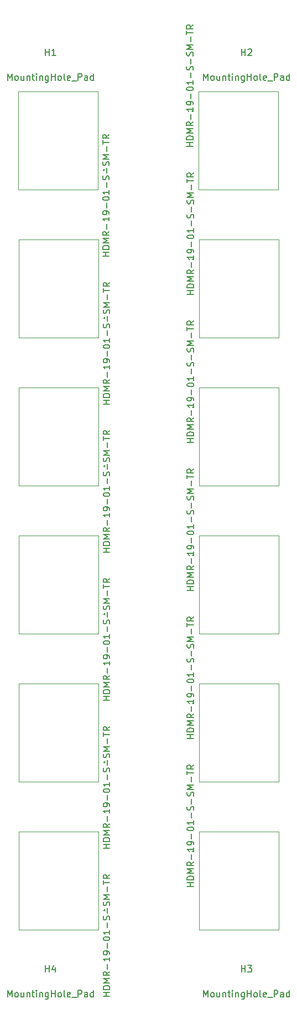
<source format=gbr>
%TF.GenerationSoftware,KiCad,Pcbnew,6.0.7-1.fc36*%
%TF.CreationDate,2022-07-28T17:35:04+01:00*%
%TF.ProjectId,pc070_aida_hdmi_rpc_hdmi,70633037-305f-4616-9964-615f68646d69,rev?*%
%TF.SameCoordinates,Original*%
%TF.FileFunction,AssemblyDrawing,Top*%
%FSLAX46Y46*%
G04 Gerber Fmt 4.6, Leading zero omitted, Abs format (unit mm)*
G04 Created by KiCad (PCBNEW 6.0.7-1.fc36) date 2022-07-28 17:35:04*
%MOMM*%
%LPD*%
G01*
G04 APERTURE LIST*
%ADD10C,0.150000*%
%ADD11C,0.100000*%
%ADD12C,0.200000*%
G04 APERTURE END LIST*
D10*
%TO.C,J2*%
X96837380Y-59371904D02*
X95837380Y-59371904D01*
X96313571Y-59371904D02*
X96313571Y-58800476D01*
X96837380Y-58800476D02*
X95837380Y-58800476D01*
X96837380Y-58324285D02*
X95837380Y-58324285D01*
X95837380Y-58086190D01*
X95885000Y-57943333D01*
X95980238Y-57848095D01*
X96075476Y-57800476D01*
X96265952Y-57752857D01*
X96408809Y-57752857D01*
X96599285Y-57800476D01*
X96694523Y-57848095D01*
X96789761Y-57943333D01*
X96837380Y-58086190D01*
X96837380Y-58324285D01*
X96837380Y-57324285D02*
X95837380Y-57324285D01*
X96551666Y-56990952D01*
X95837380Y-56657619D01*
X96837380Y-56657619D01*
X96837380Y-55610000D02*
X96361190Y-55943333D01*
X96837380Y-56181428D02*
X95837380Y-56181428D01*
X95837380Y-55800476D01*
X95885000Y-55705238D01*
X95932619Y-55657619D01*
X96027857Y-55610000D01*
X96170714Y-55610000D01*
X96265952Y-55657619D01*
X96313571Y-55705238D01*
X96361190Y-55800476D01*
X96361190Y-56181428D01*
X96456428Y-55181428D02*
X96456428Y-54419523D01*
X96837380Y-53419523D02*
X96837380Y-53990952D01*
X96837380Y-53705238D02*
X95837380Y-53705238D01*
X95980238Y-53800476D01*
X96075476Y-53895714D01*
X96123095Y-53990952D01*
X96837380Y-52943333D02*
X96837380Y-52752857D01*
X96789761Y-52657619D01*
X96742142Y-52610000D01*
X96599285Y-52514761D01*
X96408809Y-52467142D01*
X96027857Y-52467142D01*
X95932619Y-52514761D01*
X95885000Y-52562380D01*
X95837380Y-52657619D01*
X95837380Y-52848095D01*
X95885000Y-52943333D01*
X95932619Y-52990952D01*
X96027857Y-53038571D01*
X96265952Y-53038571D01*
X96361190Y-52990952D01*
X96408809Y-52943333D01*
X96456428Y-52848095D01*
X96456428Y-52657619D01*
X96408809Y-52562380D01*
X96361190Y-52514761D01*
X96265952Y-52467142D01*
X96456428Y-52038571D02*
X96456428Y-51276666D01*
X95837380Y-50610000D02*
X95837380Y-50514761D01*
X95885000Y-50419523D01*
X95932619Y-50371904D01*
X96027857Y-50324285D01*
X96218333Y-50276666D01*
X96456428Y-50276666D01*
X96646904Y-50324285D01*
X96742142Y-50371904D01*
X96789761Y-50419523D01*
X96837380Y-50514761D01*
X96837380Y-50610000D01*
X96789761Y-50705238D01*
X96742142Y-50752857D01*
X96646904Y-50800476D01*
X96456428Y-50848095D01*
X96218333Y-50848095D01*
X96027857Y-50800476D01*
X95932619Y-50752857D01*
X95885000Y-50705238D01*
X95837380Y-50610000D01*
X96837380Y-49324285D02*
X96837380Y-49895714D01*
X96837380Y-49610000D02*
X95837380Y-49610000D01*
X95980238Y-49705238D01*
X96075476Y-49800476D01*
X96123095Y-49895714D01*
X96456428Y-48895714D02*
X96456428Y-48133809D01*
X96789761Y-47705238D02*
X96837380Y-47562380D01*
X96837380Y-47324285D01*
X96789761Y-47229047D01*
X96742142Y-47181428D01*
X96646904Y-47133809D01*
X96551666Y-47133809D01*
X96456428Y-47181428D01*
X96408809Y-47229047D01*
X96361190Y-47324285D01*
X96313571Y-47514761D01*
X96265952Y-47610000D01*
X96218333Y-47657619D01*
X96123095Y-47705238D01*
X96027857Y-47705238D01*
X95932619Y-47657619D01*
X95885000Y-47610000D01*
X95837380Y-47514761D01*
X95837380Y-47276666D01*
X95885000Y-47133809D01*
X96456428Y-46705238D02*
X96456428Y-45943333D01*
X96789761Y-45514761D02*
X96837380Y-45371904D01*
X96837380Y-45133809D01*
X96789761Y-45038571D01*
X96742142Y-44990952D01*
X96646904Y-44943333D01*
X96551666Y-44943333D01*
X96456428Y-44990952D01*
X96408809Y-45038571D01*
X96361190Y-45133809D01*
X96313571Y-45324285D01*
X96265952Y-45419523D01*
X96218333Y-45467142D01*
X96123095Y-45514761D01*
X96027857Y-45514761D01*
X95932619Y-45467142D01*
X95885000Y-45419523D01*
X95837380Y-45324285D01*
X95837380Y-45086190D01*
X95885000Y-44943333D01*
X96837380Y-44514761D02*
X95837380Y-44514761D01*
X96551666Y-44181428D01*
X95837380Y-43848095D01*
X96837380Y-43848095D01*
X96456428Y-43371904D02*
X96456428Y-42610000D01*
X95837380Y-42276666D02*
X95837380Y-41705238D01*
X96837380Y-41990952D02*
X95837380Y-41990952D01*
X96837380Y-40800476D02*
X96361190Y-41133809D01*
X96837380Y-41371904D02*
X95837380Y-41371904D01*
X95837380Y-40990952D01*
X95885000Y-40895714D01*
X95932619Y-40848095D01*
X96027857Y-40800476D01*
X96170714Y-40800476D01*
X96265952Y-40848095D01*
X96313571Y-40895714D01*
X96361190Y-40990952D01*
X96361190Y-41371904D01*
%TO.C,J9*%
X84067380Y-166545904D02*
X83067380Y-166545904D01*
X83543571Y-166545904D02*
X83543571Y-165974476D01*
X84067380Y-165974476D02*
X83067380Y-165974476D01*
X84067380Y-165498285D02*
X83067380Y-165498285D01*
X83067380Y-165260190D01*
X83115000Y-165117333D01*
X83210238Y-165022095D01*
X83305476Y-164974476D01*
X83495952Y-164926857D01*
X83638809Y-164926857D01*
X83829285Y-164974476D01*
X83924523Y-165022095D01*
X84019761Y-165117333D01*
X84067380Y-165260190D01*
X84067380Y-165498285D01*
X84067380Y-164498285D02*
X83067380Y-164498285D01*
X83781666Y-164164952D01*
X83067380Y-163831619D01*
X84067380Y-163831619D01*
X84067380Y-162784000D02*
X83591190Y-163117333D01*
X84067380Y-163355428D02*
X83067380Y-163355428D01*
X83067380Y-162974476D01*
X83115000Y-162879238D01*
X83162619Y-162831619D01*
X83257857Y-162784000D01*
X83400714Y-162784000D01*
X83495952Y-162831619D01*
X83543571Y-162879238D01*
X83591190Y-162974476D01*
X83591190Y-163355428D01*
X83686428Y-162355428D02*
X83686428Y-161593523D01*
X84067380Y-160593523D02*
X84067380Y-161164952D01*
X84067380Y-160879238D02*
X83067380Y-160879238D01*
X83210238Y-160974476D01*
X83305476Y-161069714D01*
X83353095Y-161164952D01*
X84067380Y-160117333D02*
X84067380Y-159926857D01*
X84019761Y-159831619D01*
X83972142Y-159784000D01*
X83829285Y-159688761D01*
X83638809Y-159641142D01*
X83257857Y-159641142D01*
X83162619Y-159688761D01*
X83115000Y-159736380D01*
X83067380Y-159831619D01*
X83067380Y-160022095D01*
X83115000Y-160117333D01*
X83162619Y-160164952D01*
X83257857Y-160212571D01*
X83495952Y-160212571D01*
X83591190Y-160164952D01*
X83638809Y-160117333D01*
X83686428Y-160022095D01*
X83686428Y-159831619D01*
X83638809Y-159736380D01*
X83591190Y-159688761D01*
X83495952Y-159641142D01*
X83686428Y-159212571D02*
X83686428Y-158450666D01*
X83067380Y-157784000D02*
X83067380Y-157688761D01*
X83115000Y-157593523D01*
X83162619Y-157545904D01*
X83257857Y-157498285D01*
X83448333Y-157450666D01*
X83686428Y-157450666D01*
X83876904Y-157498285D01*
X83972142Y-157545904D01*
X84019761Y-157593523D01*
X84067380Y-157688761D01*
X84067380Y-157784000D01*
X84019761Y-157879238D01*
X83972142Y-157926857D01*
X83876904Y-157974476D01*
X83686428Y-158022095D01*
X83448333Y-158022095D01*
X83257857Y-157974476D01*
X83162619Y-157926857D01*
X83115000Y-157879238D01*
X83067380Y-157784000D01*
X84067380Y-156498285D02*
X84067380Y-157069714D01*
X84067380Y-156784000D02*
X83067380Y-156784000D01*
X83210238Y-156879238D01*
X83305476Y-156974476D01*
X83353095Y-157069714D01*
X83686428Y-156069714D02*
X83686428Y-155307809D01*
X84019761Y-154879238D02*
X84067380Y-154736380D01*
X84067380Y-154498285D01*
X84019761Y-154403047D01*
X83972142Y-154355428D01*
X83876904Y-154307809D01*
X83781666Y-154307809D01*
X83686428Y-154355428D01*
X83638809Y-154403047D01*
X83591190Y-154498285D01*
X83543571Y-154688761D01*
X83495952Y-154784000D01*
X83448333Y-154831619D01*
X83353095Y-154879238D01*
X83257857Y-154879238D01*
X83162619Y-154831619D01*
X83115000Y-154784000D01*
X83067380Y-154688761D01*
X83067380Y-154450666D01*
X83115000Y-154307809D01*
X83686428Y-153879238D02*
X83686428Y-153117333D01*
X84019761Y-152688761D02*
X84067380Y-152545904D01*
X84067380Y-152307809D01*
X84019761Y-152212571D01*
X83972142Y-152164952D01*
X83876904Y-152117333D01*
X83781666Y-152117333D01*
X83686428Y-152164952D01*
X83638809Y-152212571D01*
X83591190Y-152307809D01*
X83543571Y-152498285D01*
X83495952Y-152593523D01*
X83448333Y-152641142D01*
X83353095Y-152688761D01*
X83257857Y-152688761D01*
X83162619Y-152641142D01*
X83115000Y-152593523D01*
X83067380Y-152498285D01*
X83067380Y-152260190D01*
X83115000Y-152117333D01*
X84067380Y-151688761D02*
X83067380Y-151688761D01*
X83781666Y-151355428D01*
X83067380Y-151022095D01*
X84067380Y-151022095D01*
X83686428Y-150545904D02*
X83686428Y-149784000D01*
X83067380Y-149450666D02*
X83067380Y-148879238D01*
X84067380Y-149164952D02*
X83067380Y-149164952D01*
X84067380Y-147974476D02*
X83591190Y-148307809D01*
X84067380Y-148545904D02*
X83067380Y-148545904D01*
X83067380Y-148164952D01*
X83115000Y-148069714D01*
X83162619Y-148022095D01*
X83257857Y-147974476D01*
X83400714Y-147974476D01*
X83495952Y-148022095D01*
X83543571Y-148069714D01*
X83591190Y-148164952D01*
X83591190Y-148545904D01*
%TO.C,H3*%
X98428571Y-189252380D02*
X98428571Y-188252380D01*
X98761904Y-188966666D01*
X99095238Y-188252380D01*
X99095238Y-189252380D01*
X99714285Y-189252380D02*
X99619047Y-189204761D01*
X99571428Y-189157142D01*
X99523809Y-189061904D01*
X99523809Y-188776190D01*
X99571428Y-188680952D01*
X99619047Y-188633333D01*
X99714285Y-188585714D01*
X99857142Y-188585714D01*
X99952380Y-188633333D01*
X100000000Y-188680952D01*
X100047619Y-188776190D01*
X100047619Y-189061904D01*
X100000000Y-189157142D01*
X99952380Y-189204761D01*
X99857142Y-189252380D01*
X99714285Y-189252380D01*
X100904761Y-188585714D02*
X100904761Y-189252380D01*
X100476190Y-188585714D02*
X100476190Y-189109523D01*
X100523809Y-189204761D01*
X100619047Y-189252380D01*
X100761904Y-189252380D01*
X100857142Y-189204761D01*
X100904761Y-189157142D01*
X101380952Y-188585714D02*
X101380952Y-189252380D01*
X101380952Y-188680952D02*
X101428571Y-188633333D01*
X101523809Y-188585714D01*
X101666666Y-188585714D01*
X101761904Y-188633333D01*
X101809523Y-188728571D01*
X101809523Y-189252380D01*
X102142857Y-188585714D02*
X102523809Y-188585714D01*
X102285714Y-188252380D02*
X102285714Y-189109523D01*
X102333333Y-189204761D01*
X102428571Y-189252380D01*
X102523809Y-189252380D01*
X102857142Y-189252380D02*
X102857142Y-188585714D01*
X102857142Y-188252380D02*
X102809523Y-188300000D01*
X102857142Y-188347619D01*
X102904761Y-188300000D01*
X102857142Y-188252380D01*
X102857142Y-188347619D01*
X103333333Y-188585714D02*
X103333333Y-189252380D01*
X103333333Y-188680952D02*
X103380952Y-188633333D01*
X103476190Y-188585714D01*
X103619047Y-188585714D01*
X103714285Y-188633333D01*
X103761904Y-188728571D01*
X103761904Y-189252380D01*
X104666666Y-188585714D02*
X104666666Y-189395238D01*
X104619047Y-189490476D01*
X104571428Y-189538095D01*
X104476190Y-189585714D01*
X104333333Y-189585714D01*
X104238095Y-189538095D01*
X104666666Y-189204761D02*
X104571428Y-189252380D01*
X104380952Y-189252380D01*
X104285714Y-189204761D01*
X104238095Y-189157142D01*
X104190476Y-189061904D01*
X104190476Y-188776190D01*
X104238095Y-188680952D01*
X104285714Y-188633333D01*
X104380952Y-188585714D01*
X104571428Y-188585714D01*
X104666666Y-188633333D01*
X105142857Y-189252380D02*
X105142857Y-188252380D01*
X105142857Y-188728571D02*
X105714285Y-188728571D01*
X105714285Y-189252380D02*
X105714285Y-188252380D01*
X106333333Y-189252380D02*
X106238095Y-189204761D01*
X106190476Y-189157142D01*
X106142857Y-189061904D01*
X106142857Y-188776190D01*
X106190476Y-188680952D01*
X106238095Y-188633333D01*
X106333333Y-188585714D01*
X106476190Y-188585714D01*
X106571428Y-188633333D01*
X106619047Y-188680952D01*
X106666666Y-188776190D01*
X106666666Y-189061904D01*
X106619047Y-189157142D01*
X106571428Y-189204761D01*
X106476190Y-189252380D01*
X106333333Y-189252380D01*
X107238095Y-189252380D02*
X107142857Y-189204761D01*
X107095238Y-189109523D01*
X107095238Y-188252380D01*
X108000000Y-189204761D02*
X107904761Y-189252380D01*
X107714285Y-189252380D01*
X107619047Y-189204761D01*
X107571428Y-189109523D01*
X107571428Y-188728571D01*
X107619047Y-188633333D01*
X107714285Y-188585714D01*
X107904761Y-188585714D01*
X108000000Y-188633333D01*
X108047619Y-188728571D01*
X108047619Y-188823809D01*
X107571428Y-188919047D01*
X108238095Y-189347619D02*
X109000000Y-189347619D01*
X109238095Y-189252380D02*
X109238095Y-188252380D01*
X109619047Y-188252380D01*
X109714285Y-188300000D01*
X109761904Y-188347619D01*
X109809523Y-188442857D01*
X109809523Y-188585714D01*
X109761904Y-188680952D01*
X109714285Y-188728571D01*
X109619047Y-188776190D01*
X109238095Y-188776190D01*
X110666666Y-189252380D02*
X110666666Y-188728571D01*
X110619047Y-188633333D01*
X110523809Y-188585714D01*
X110333333Y-188585714D01*
X110238095Y-188633333D01*
X110666666Y-189204761D02*
X110571428Y-189252380D01*
X110333333Y-189252380D01*
X110238095Y-189204761D01*
X110190476Y-189109523D01*
X110190476Y-189014285D01*
X110238095Y-188919047D01*
X110333333Y-188871428D01*
X110571428Y-188871428D01*
X110666666Y-188823809D01*
X111571428Y-189252380D02*
X111571428Y-188252380D01*
X111571428Y-189204761D02*
X111476190Y-189252380D01*
X111285714Y-189252380D01*
X111190476Y-189204761D01*
X111142857Y-189157142D01*
X111095238Y-189061904D01*
X111095238Y-188776190D01*
X111142857Y-188680952D01*
X111190476Y-188633333D01*
X111285714Y-188585714D01*
X111476190Y-188585714D01*
X111571428Y-188633333D01*
X104238095Y-185452380D02*
X104238095Y-184452380D01*
X104238095Y-184928571D02*
X104809523Y-184928571D01*
X104809523Y-185452380D02*
X104809523Y-184452380D01*
X105190476Y-184452380D02*
X105809523Y-184452380D01*
X105476190Y-184833333D01*
X105619047Y-184833333D01*
X105714285Y-184880952D01*
X105761904Y-184928571D01*
X105809523Y-185023809D01*
X105809523Y-185261904D01*
X105761904Y-185357142D01*
X105714285Y-185404761D01*
X105619047Y-185452380D01*
X105333333Y-185452380D01*
X105238095Y-185404761D01*
X105190476Y-185357142D01*
%TO.C,H4*%
X68428571Y-189252380D02*
X68428571Y-188252380D01*
X68761904Y-188966666D01*
X69095238Y-188252380D01*
X69095238Y-189252380D01*
X69714285Y-189252380D02*
X69619047Y-189204761D01*
X69571428Y-189157142D01*
X69523809Y-189061904D01*
X69523809Y-188776190D01*
X69571428Y-188680952D01*
X69619047Y-188633333D01*
X69714285Y-188585714D01*
X69857142Y-188585714D01*
X69952380Y-188633333D01*
X70000000Y-188680952D01*
X70047619Y-188776190D01*
X70047619Y-189061904D01*
X70000000Y-189157142D01*
X69952380Y-189204761D01*
X69857142Y-189252380D01*
X69714285Y-189252380D01*
X70904761Y-188585714D02*
X70904761Y-189252380D01*
X70476190Y-188585714D02*
X70476190Y-189109523D01*
X70523809Y-189204761D01*
X70619047Y-189252380D01*
X70761904Y-189252380D01*
X70857142Y-189204761D01*
X70904761Y-189157142D01*
X71380952Y-188585714D02*
X71380952Y-189252380D01*
X71380952Y-188680952D02*
X71428571Y-188633333D01*
X71523809Y-188585714D01*
X71666666Y-188585714D01*
X71761904Y-188633333D01*
X71809523Y-188728571D01*
X71809523Y-189252380D01*
X72142857Y-188585714D02*
X72523809Y-188585714D01*
X72285714Y-188252380D02*
X72285714Y-189109523D01*
X72333333Y-189204761D01*
X72428571Y-189252380D01*
X72523809Y-189252380D01*
X72857142Y-189252380D02*
X72857142Y-188585714D01*
X72857142Y-188252380D02*
X72809523Y-188300000D01*
X72857142Y-188347619D01*
X72904761Y-188300000D01*
X72857142Y-188252380D01*
X72857142Y-188347619D01*
X73333333Y-188585714D02*
X73333333Y-189252380D01*
X73333333Y-188680952D02*
X73380952Y-188633333D01*
X73476190Y-188585714D01*
X73619047Y-188585714D01*
X73714285Y-188633333D01*
X73761904Y-188728571D01*
X73761904Y-189252380D01*
X74666666Y-188585714D02*
X74666666Y-189395238D01*
X74619047Y-189490476D01*
X74571428Y-189538095D01*
X74476190Y-189585714D01*
X74333333Y-189585714D01*
X74238095Y-189538095D01*
X74666666Y-189204761D02*
X74571428Y-189252380D01*
X74380952Y-189252380D01*
X74285714Y-189204761D01*
X74238095Y-189157142D01*
X74190476Y-189061904D01*
X74190476Y-188776190D01*
X74238095Y-188680952D01*
X74285714Y-188633333D01*
X74380952Y-188585714D01*
X74571428Y-188585714D01*
X74666666Y-188633333D01*
X75142857Y-189252380D02*
X75142857Y-188252380D01*
X75142857Y-188728571D02*
X75714285Y-188728571D01*
X75714285Y-189252380D02*
X75714285Y-188252380D01*
X76333333Y-189252380D02*
X76238095Y-189204761D01*
X76190476Y-189157142D01*
X76142857Y-189061904D01*
X76142857Y-188776190D01*
X76190476Y-188680952D01*
X76238095Y-188633333D01*
X76333333Y-188585714D01*
X76476190Y-188585714D01*
X76571428Y-188633333D01*
X76619047Y-188680952D01*
X76666666Y-188776190D01*
X76666666Y-189061904D01*
X76619047Y-189157142D01*
X76571428Y-189204761D01*
X76476190Y-189252380D01*
X76333333Y-189252380D01*
X77238095Y-189252380D02*
X77142857Y-189204761D01*
X77095238Y-189109523D01*
X77095238Y-188252380D01*
X78000000Y-189204761D02*
X77904761Y-189252380D01*
X77714285Y-189252380D01*
X77619047Y-189204761D01*
X77571428Y-189109523D01*
X77571428Y-188728571D01*
X77619047Y-188633333D01*
X77714285Y-188585714D01*
X77904761Y-188585714D01*
X78000000Y-188633333D01*
X78047619Y-188728571D01*
X78047619Y-188823809D01*
X77571428Y-188919047D01*
X78238095Y-189347619D02*
X79000000Y-189347619D01*
X79238095Y-189252380D02*
X79238095Y-188252380D01*
X79619047Y-188252380D01*
X79714285Y-188300000D01*
X79761904Y-188347619D01*
X79809523Y-188442857D01*
X79809523Y-188585714D01*
X79761904Y-188680952D01*
X79714285Y-188728571D01*
X79619047Y-188776190D01*
X79238095Y-188776190D01*
X80666666Y-189252380D02*
X80666666Y-188728571D01*
X80619047Y-188633333D01*
X80523809Y-188585714D01*
X80333333Y-188585714D01*
X80238095Y-188633333D01*
X80666666Y-189204761D02*
X80571428Y-189252380D01*
X80333333Y-189252380D01*
X80238095Y-189204761D01*
X80190476Y-189109523D01*
X80190476Y-189014285D01*
X80238095Y-188919047D01*
X80333333Y-188871428D01*
X80571428Y-188871428D01*
X80666666Y-188823809D01*
X81571428Y-189252380D02*
X81571428Y-188252380D01*
X81571428Y-189204761D02*
X81476190Y-189252380D01*
X81285714Y-189252380D01*
X81190476Y-189204761D01*
X81142857Y-189157142D01*
X81095238Y-189061904D01*
X81095238Y-188776190D01*
X81142857Y-188680952D01*
X81190476Y-188633333D01*
X81285714Y-188585714D01*
X81476190Y-188585714D01*
X81571428Y-188633333D01*
X74238095Y-185452380D02*
X74238095Y-184452380D01*
X74238095Y-184928571D02*
X74809523Y-184928571D01*
X74809523Y-185452380D02*
X74809523Y-184452380D01*
X75714285Y-184785714D02*
X75714285Y-185452380D01*
X75476190Y-184404761D02*
X75238095Y-185119047D01*
X75857142Y-185119047D01*
%TO.C,J8*%
X96927380Y-127189904D02*
X95927380Y-127189904D01*
X96403571Y-127189904D02*
X96403571Y-126618476D01*
X96927380Y-126618476D02*
X95927380Y-126618476D01*
X96927380Y-126142285D02*
X95927380Y-126142285D01*
X95927380Y-125904190D01*
X95975000Y-125761333D01*
X96070238Y-125666095D01*
X96165476Y-125618476D01*
X96355952Y-125570857D01*
X96498809Y-125570857D01*
X96689285Y-125618476D01*
X96784523Y-125666095D01*
X96879761Y-125761333D01*
X96927380Y-125904190D01*
X96927380Y-126142285D01*
X96927380Y-125142285D02*
X95927380Y-125142285D01*
X96641666Y-124808952D01*
X95927380Y-124475619D01*
X96927380Y-124475619D01*
X96927380Y-123428000D02*
X96451190Y-123761333D01*
X96927380Y-123999428D02*
X95927380Y-123999428D01*
X95927380Y-123618476D01*
X95975000Y-123523238D01*
X96022619Y-123475619D01*
X96117857Y-123428000D01*
X96260714Y-123428000D01*
X96355952Y-123475619D01*
X96403571Y-123523238D01*
X96451190Y-123618476D01*
X96451190Y-123999428D01*
X96546428Y-122999428D02*
X96546428Y-122237523D01*
X96927380Y-121237523D02*
X96927380Y-121808952D01*
X96927380Y-121523238D02*
X95927380Y-121523238D01*
X96070238Y-121618476D01*
X96165476Y-121713714D01*
X96213095Y-121808952D01*
X96927380Y-120761333D02*
X96927380Y-120570857D01*
X96879761Y-120475619D01*
X96832142Y-120428000D01*
X96689285Y-120332761D01*
X96498809Y-120285142D01*
X96117857Y-120285142D01*
X96022619Y-120332761D01*
X95975000Y-120380380D01*
X95927380Y-120475619D01*
X95927380Y-120666095D01*
X95975000Y-120761333D01*
X96022619Y-120808952D01*
X96117857Y-120856571D01*
X96355952Y-120856571D01*
X96451190Y-120808952D01*
X96498809Y-120761333D01*
X96546428Y-120666095D01*
X96546428Y-120475619D01*
X96498809Y-120380380D01*
X96451190Y-120332761D01*
X96355952Y-120285142D01*
X96546428Y-119856571D02*
X96546428Y-119094666D01*
X95927380Y-118428000D02*
X95927380Y-118332761D01*
X95975000Y-118237523D01*
X96022619Y-118189904D01*
X96117857Y-118142285D01*
X96308333Y-118094666D01*
X96546428Y-118094666D01*
X96736904Y-118142285D01*
X96832142Y-118189904D01*
X96879761Y-118237523D01*
X96927380Y-118332761D01*
X96927380Y-118428000D01*
X96879761Y-118523238D01*
X96832142Y-118570857D01*
X96736904Y-118618476D01*
X96546428Y-118666095D01*
X96308333Y-118666095D01*
X96117857Y-118618476D01*
X96022619Y-118570857D01*
X95975000Y-118523238D01*
X95927380Y-118428000D01*
X96927380Y-117142285D02*
X96927380Y-117713714D01*
X96927380Y-117428000D02*
X95927380Y-117428000D01*
X96070238Y-117523238D01*
X96165476Y-117618476D01*
X96213095Y-117713714D01*
X96546428Y-116713714D02*
X96546428Y-115951809D01*
X96879761Y-115523238D02*
X96927380Y-115380380D01*
X96927380Y-115142285D01*
X96879761Y-115047047D01*
X96832142Y-114999428D01*
X96736904Y-114951809D01*
X96641666Y-114951809D01*
X96546428Y-114999428D01*
X96498809Y-115047047D01*
X96451190Y-115142285D01*
X96403571Y-115332761D01*
X96355952Y-115428000D01*
X96308333Y-115475619D01*
X96213095Y-115523238D01*
X96117857Y-115523238D01*
X96022619Y-115475619D01*
X95975000Y-115428000D01*
X95927380Y-115332761D01*
X95927380Y-115094666D01*
X95975000Y-114951809D01*
X96546428Y-114523238D02*
X96546428Y-113761333D01*
X96879761Y-113332761D02*
X96927380Y-113189904D01*
X96927380Y-112951809D01*
X96879761Y-112856571D01*
X96832142Y-112808952D01*
X96736904Y-112761333D01*
X96641666Y-112761333D01*
X96546428Y-112808952D01*
X96498809Y-112856571D01*
X96451190Y-112951809D01*
X96403571Y-113142285D01*
X96355952Y-113237523D01*
X96308333Y-113285142D01*
X96213095Y-113332761D01*
X96117857Y-113332761D01*
X96022619Y-113285142D01*
X95975000Y-113237523D01*
X95927380Y-113142285D01*
X95927380Y-112904190D01*
X95975000Y-112761333D01*
X96927380Y-112332761D02*
X95927380Y-112332761D01*
X96641666Y-111999428D01*
X95927380Y-111666095D01*
X96927380Y-111666095D01*
X96546428Y-111189904D02*
X96546428Y-110428000D01*
X95927380Y-110094666D02*
X95927380Y-109523238D01*
X96927380Y-109808952D02*
X95927380Y-109808952D01*
X96927380Y-108618476D02*
X96451190Y-108951809D01*
X96927380Y-109189904D02*
X95927380Y-109189904D01*
X95927380Y-108808952D01*
X95975000Y-108713714D01*
X96022619Y-108666095D01*
X96117857Y-108618476D01*
X96260714Y-108618476D01*
X96355952Y-108666095D01*
X96403571Y-108713714D01*
X96451190Y-108808952D01*
X96451190Y-109189904D01*
%TO.C,J6*%
X96927380Y-104583904D02*
X95927380Y-104583904D01*
X96403571Y-104583904D02*
X96403571Y-104012476D01*
X96927380Y-104012476D02*
X95927380Y-104012476D01*
X96927380Y-103536285D02*
X95927380Y-103536285D01*
X95927380Y-103298190D01*
X95975000Y-103155333D01*
X96070238Y-103060095D01*
X96165476Y-103012476D01*
X96355952Y-102964857D01*
X96498809Y-102964857D01*
X96689285Y-103012476D01*
X96784523Y-103060095D01*
X96879761Y-103155333D01*
X96927380Y-103298190D01*
X96927380Y-103536285D01*
X96927380Y-102536285D02*
X95927380Y-102536285D01*
X96641666Y-102202952D01*
X95927380Y-101869619D01*
X96927380Y-101869619D01*
X96927380Y-100822000D02*
X96451190Y-101155333D01*
X96927380Y-101393428D02*
X95927380Y-101393428D01*
X95927380Y-101012476D01*
X95975000Y-100917238D01*
X96022619Y-100869619D01*
X96117857Y-100822000D01*
X96260714Y-100822000D01*
X96355952Y-100869619D01*
X96403571Y-100917238D01*
X96451190Y-101012476D01*
X96451190Y-101393428D01*
X96546428Y-100393428D02*
X96546428Y-99631523D01*
X96927380Y-98631523D02*
X96927380Y-99202952D01*
X96927380Y-98917238D02*
X95927380Y-98917238D01*
X96070238Y-99012476D01*
X96165476Y-99107714D01*
X96213095Y-99202952D01*
X96927380Y-98155333D02*
X96927380Y-97964857D01*
X96879761Y-97869619D01*
X96832142Y-97822000D01*
X96689285Y-97726761D01*
X96498809Y-97679142D01*
X96117857Y-97679142D01*
X96022619Y-97726761D01*
X95975000Y-97774380D01*
X95927380Y-97869619D01*
X95927380Y-98060095D01*
X95975000Y-98155333D01*
X96022619Y-98202952D01*
X96117857Y-98250571D01*
X96355952Y-98250571D01*
X96451190Y-98202952D01*
X96498809Y-98155333D01*
X96546428Y-98060095D01*
X96546428Y-97869619D01*
X96498809Y-97774380D01*
X96451190Y-97726761D01*
X96355952Y-97679142D01*
X96546428Y-97250571D02*
X96546428Y-96488666D01*
X95927380Y-95822000D02*
X95927380Y-95726761D01*
X95975000Y-95631523D01*
X96022619Y-95583904D01*
X96117857Y-95536285D01*
X96308333Y-95488666D01*
X96546428Y-95488666D01*
X96736904Y-95536285D01*
X96832142Y-95583904D01*
X96879761Y-95631523D01*
X96927380Y-95726761D01*
X96927380Y-95822000D01*
X96879761Y-95917238D01*
X96832142Y-95964857D01*
X96736904Y-96012476D01*
X96546428Y-96060095D01*
X96308333Y-96060095D01*
X96117857Y-96012476D01*
X96022619Y-95964857D01*
X95975000Y-95917238D01*
X95927380Y-95822000D01*
X96927380Y-94536285D02*
X96927380Y-95107714D01*
X96927380Y-94822000D02*
X95927380Y-94822000D01*
X96070238Y-94917238D01*
X96165476Y-95012476D01*
X96213095Y-95107714D01*
X96546428Y-94107714D02*
X96546428Y-93345809D01*
X96879761Y-92917238D02*
X96927380Y-92774380D01*
X96927380Y-92536285D01*
X96879761Y-92441047D01*
X96832142Y-92393428D01*
X96736904Y-92345809D01*
X96641666Y-92345809D01*
X96546428Y-92393428D01*
X96498809Y-92441047D01*
X96451190Y-92536285D01*
X96403571Y-92726761D01*
X96355952Y-92822000D01*
X96308333Y-92869619D01*
X96213095Y-92917238D01*
X96117857Y-92917238D01*
X96022619Y-92869619D01*
X95975000Y-92822000D01*
X95927380Y-92726761D01*
X95927380Y-92488666D01*
X95975000Y-92345809D01*
X96546428Y-91917238D02*
X96546428Y-91155333D01*
X96879761Y-90726761D02*
X96927380Y-90583904D01*
X96927380Y-90345809D01*
X96879761Y-90250571D01*
X96832142Y-90202952D01*
X96736904Y-90155333D01*
X96641666Y-90155333D01*
X96546428Y-90202952D01*
X96498809Y-90250571D01*
X96451190Y-90345809D01*
X96403571Y-90536285D01*
X96355952Y-90631523D01*
X96308333Y-90679142D01*
X96213095Y-90726761D01*
X96117857Y-90726761D01*
X96022619Y-90679142D01*
X95975000Y-90631523D01*
X95927380Y-90536285D01*
X95927380Y-90298190D01*
X95975000Y-90155333D01*
X96927380Y-89726761D02*
X95927380Y-89726761D01*
X96641666Y-89393428D01*
X95927380Y-89060095D01*
X96927380Y-89060095D01*
X96546428Y-88583904D02*
X96546428Y-87822000D01*
X95927380Y-87488666D02*
X95927380Y-86917238D01*
X96927380Y-87202952D02*
X95927380Y-87202952D01*
X96927380Y-86012476D02*
X96451190Y-86345809D01*
X96927380Y-86583904D02*
X95927380Y-86583904D01*
X95927380Y-86202952D01*
X95975000Y-86107714D01*
X96022619Y-86060095D01*
X96117857Y-86012476D01*
X96260714Y-86012476D01*
X96355952Y-86060095D01*
X96403571Y-86107714D01*
X96451190Y-86202952D01*
X96451190Y-86583904D01*
%TO.C,J12*%
X96927380Y-172401904D02*
X95927380Y-172401904D01*
X96403571Y-172401904D02*
X96403571Y-171830476D01*
X96927380Y-171830476D02*
X95927380Y-171830476D01*
X96927380Y-171354285D02*
X95927380Y-171354285D01*
X95927380Y-171116190D01*
X95975000Y-170973333D01*
X96070238Y-170878095D01*
X96165476Y-170830476D01*
X96355952Y-170782857D01*
X96498809Y-170782857D01*
X96689285Y-170830476D01*
X96784523Y-170878095D01*
X96879761Y-170973333D01*
X96927380Y-171116190D01*
X96927380Y-171354285D01*
X96927380Y-170354285D02*
X95927380Y-170354285D01*
X96641666Y-170020952D01*
X95927380Y-169687619D01*
X96927380Y-169687619D01*
X96927380Y-168640000D02*
X96451190Y-168973333D01*
X96927380Y-169211428D02*
X95927380Y-169211428D01*
X95927380Y-168830476D01*
X95975000Y-168735238D01*
X96022619Y-168687619D01*
X96117857Y-168640000D01*
X96260714Y-168640000D01*
X96355952Y-168687619D01*
X96403571Y-168735238D01*
X96451190Y-168830476D01*
X96451190Y-169211428D01*
X96546428Y-168211428D02*
X96546428Y-167449523D01*
X96927380Y-166449523D02*
X96927380Y-167020952D01*
X96927380Y-166735238D02*
X95927380Y-166735238D01*
X96070238Y-166830476D01*
X96165476Y-166925714D01*
X96213095Y-167020952D01*
X96927380Y-165973333D02*
X96927380Y-165782857D01*
X96879761Y-165687619D01*
X96832142Y-165640000D01*
X96689285Y-165544761D01*
X96498809Y-165497142D01*
X96117857Y-165497142D01*
X96022619Y-165544761D01*
X95975000Y-165592380D01*
X95927380Y-165687619D01*
X95927380Y-165878095D01*
X95975000Y-165973333D01*
X96022619Y-166020952D01*
X96117857Y-166068571D01*
X96355952Y-166068571D01*
X96451190Y-166020952D01*
X96498809Y-165973333D01*
X96546428Y-165878095D01*
X96546428Y-165687619D01*
X96498809Y-165592380D01*
X96451190Y-165544761D01*
X96355952Y-165497142D01*
X96546428Y-165068571D02*
X96546428Y-164306666D01*
X95927380Y-163640000D02*
X95927380Y-163544761D01*
X95975000Y-163449523D01*
X96022619Y-163401904D01*
X96117857Y-163354285D01*
X96308333Y-163306666D01*
X96546428Y-163306666D01*
X96736904Y-163354285D01*
X96832142Y-163401904D01*
X96879761Y-163449523D01*
X96927380Y-163544761D01*
X96927380Y-163640000D01*
X96879761Y-163735238D01*
X96832142Y-163782857D01*
X96736904Y-163830476D01*
X96546428Y-163878095D01*
X96308333Y-163878095D01*
X96117857Y-163830476D01*
X96022619Y-163782857D01*
X95975000Y-163735238D01*
X95927380Y-163640000D01*
X96927380Y-162354285D02*
X96927380Y-162925714D01*
X96927380Y-162640000D02*
X95927380Y-162640000D01*
X96070238Y-162735238D01*
X96165476Y-162830476D01*
X96213095Y-162925714D01*
X96546428Y-161925714D02*
X96546428Y-161163809D01*
X96879761Y-160735238D02*
X96927380Y-160592380D01*
X96927380Y-160354285D01*
X96879761Y-160259047D01*
X96832142Y-160211428D01*
X96736904Y-160163809D01*
X96641666Y-160163809D01*
X96546428Y-160211428D01*
X96498809Y-160259047D01*
X96451190Y-160354285D01*
X96403571Y-160544761D01*
X96355952Y-160640000D01*
X96308333Y-160687619D01*
X96213095Y-160735238D01*
X96117857Y-160735238D01*
X96022619Y-160687619D01*
X95975000Y-160640000D01*
X95927380Y-160544761D01*
X95927380Y-160306666D01*
X95975000Y-160163809D01*
X96546428Y-159735238D02*
X96546428Y-158973333D01*
X96879761Y-158544761D02*
X96927380Y-158401904D01*
X96927380Y-158163809D01*
X96879761Y-158068571D01*
X96832142Y-158020952D01*
X96736904Y-157973333D01*
X96641666Y-157973333D01*
X96546428Y-158020952D01*
X96498809Y-158068571D01*
X96451190Y-158163809D01*
X96403571Y-158354285D01*
X96355952Y-158449523D01*
X96308333Y-158497142D01*
X96213095Y-158544761D01*
X96117857Y-158544761D01*
X96022619Y-158497142D01*
X95975000Y-158449523D01*
X95927380Y-158354285D01*
X95927380Y-158116190D01*
X95975000Y-157973333D01*
X96927380Y-157544761D02*
X95927380Y-157544761D01*
X96641666Y-157211428D01*
X95927380Y-156878095D01*
X96927380Y-156878095D01*
X96546428Y-156401904D02*
X96546428Y-155640000D01*
X95927380Y-155306666D02*
X95927380Y-154735238D01*
X96927380Y-155020952D02*
X95927380Y-155020952D01*
X96927380Y-153830476D02*
X96451190Y-154163809D01*
X96927380Y-154401904D02*
X95927380Y-154401904D01*
X95927380Y-154020952D01*
X95975000Y-153925714D01*
X96022619Y-153878095D01*
X96117857Y-153830476D01*
X96260714Y-153830476D01*
X96355952Y-153878095D01*
X96403571Y-153925714D01*
X96451190Y-154020952D01*
X96451190Y-154401904D01*
%TO.C,J3*%
X84067380Y-98727904D02*
X83067380Y-98727904D01*
X83543571Y-98727904D02*
X83543571Y-98156476D01*
X84067380Y-98156476D02*
X83067380Y-98156476D01*
X84067380Y-97680285D02*
X83067380Y-97680285D01*
X83067380Y-97442190D01*
X83115000Y-97299333D01*
X83210238Y-97204095D01*
X83305476Y-97156476D01*
X83495952Y-97108857D01*
X83638809Y-97108857D01*
X83829285Y-97156476D01*
X83924523Y-97204095D01*
X84019761Y-97299333D01*
X84067380Y-97442190D01*
X84067380Y-97680285D01*
X84067380Y-96680285D02*
X83067380Y-96680285D01*
X83781666Y-96346952D01*
X83067380Y-96013619D01*
X84067380Y-96013619D01*
X84067380Y-94966000D02*
X83591190Y-95299333D01*
X84067380Y-95537428D02*
X83067380Y-95537428D01*
X83067380Y-95156476D01*
X83115000Y-95061238D01*
X83162619Y-95013619D01*
X83257857Y-94966000D01*
X83400714Y-94966000D01*
X83495952Y-95013619D01*
X83543571Y-95061238D01*
X83591190Y-95156476D01*
X83591190Y-95537428D01*
X83686428Y-94537428D02*
X83686428Y-93775523D01*
X84067380Y-92775523D02*
X84067380Y-93346952D01*
X84067380Y-93061238D02*
X83067380Y-93061238D01*
X83210238Y-93156476D01*
X83305476Y-93251714D01*
X83353095Y-93346952D01*
X84067380Y-92299333D02*
X84067380Y-92108857D01*
X84019761Y-92013619D01*
X83972142Y-91966000D01*
X83829285Y-91870761D01*
X83638809Y-91823142D01*
X83257857Y-91823142D01*
X83162619Y-91870761D01*
X83115000Y-91918380D01*
X83067380Y-92013619D01*
X83067380Y-92204095D01*
X83115000Y-92299333D01*
X83162619Y-92346952D01*
X83257857Y-92394571D01*
X83495952Y-92394571D01*
X83591190Y-92346952D01*
X83638809Y-92299333D01*
X83686428Y-92204095D01*
X83686428Y-92013619D01*
X83638809Y-91918380D01*
X83591190Y-91870761D01*
X83495952Y-91823142D01*
X83686428Y-91394571D02*
X83686428Y-90632666D01*
X83067380Y-89966000D02*
X83067380Y-89870761D01*
X83115000Y-89775523D01*
X83162619Y-89727904D01*
X83257857Y-89680285D01*
X83448333Y-89632666D01*
X83686428Y-89632666D01*
X83876904Y-89680285D01*
X83972142Y-89727904D01*
X84019761Y-89775523D01*
X84067380Y-89870761D01*
X84067380Y-89966000D01*
X84019761Y-90061238D01*
X83972142Y-90108857D01*
X83876904Y-90156476D01*
X83686428Y-90204095D01*
X83448333Y-90204095D01*
X83257857Y-90156476D01*
X83162619Y-90108857D01*
X83115000Y-90061238D01*
X83067380Y-89966000D01*
X84067380Y-88680285D02*
X84067380Y-89251714D01*
X84067380Y-88966000D02*
X83067380Y-88966000D01*
X83210238Y-89061238D01*
X83305476Y-89156476D01*
X83353095Y-89251714D01*
X83686428Y-88251714D02*
X83686428Y-87489809D01*
X84019761Y-87061238D02*
X84067380Y-86918380D01*
X84067380Y-86680285D01*
X84019761Y-86585047D01*
X83972142Y-86537428D01*
X83876904Y-86489809D01*
X83781666Y-86489809D01*
X83686428Y-86537428D01*
X83638809Y-86585047D01*
X83591190Y-86680285D01*
X83543571Y-86870761D01*
X83495952Y-86966000D01*
X83448333Y-87013619D01*
X83353095Y-87061238D01*
X83257857Y-87061238D01*
X83162619Y-87013619D01*
X83115000Y-86966000D01*
X83067380Y-86870761D01*
X83067380Y-86632666D01*
X83115000Y-86489809D01*
X83686428Y-86061238D02*
X83686428Y-85299333D01*
X84019761Y-84870761D02*
X84067380Y-84727904D01*
X84067380Y-84489809D01*
X84019761Y-84394571D01*
X83972142Y-84346952D01*
X83876904Y-84299333D01*
X83781666Y-84299333D01*
X83686428Y-84346952D01*
X83638809Y-84394571D01*
X83591190Y-84489809D01*
X83543571Y-84680285D01*
X83495952Y-84775523D01*
X83448333Y-84823142D01*
X83353095Y-84870761D01*
X83257857Y-84870761D01*
X83162619Y-84823142D01*
X83115000Y-84775523D01*
X83067380Y-84680285D01*
X83067380Y-84442190D01*
X83115000Y-84299333D01*
X84067380Y-83870761D02*
X83067380Y-83870761D01*
X83781666Y-83537428D01*
X83067380Y-83204095D01*
X84067380Y-83204095D01*
X83686428Y-82727904D02*
X83686428Y-81966000D01*
X83067380Y-81632666D02*
X83067380Y-81061238D01*
X84067380Y-81346952D02*
X83067380Y-81346952D01*
X84067380Y-80156476D02*
X83591190Y-80489809D01*
X84067380Y-80727904D02*
X83067380Y-80727904D01*
X83067380Y-80346952D01*
X83115000Y-80251714D01*
X83162619Y-80204095D01*
X83257857Y-80156476D01*
X83400714Y-80156476D01*
X83495952Y-80204095D01*
X83543571Y-80251714D01*
X83591190Y-80346952D01*
X83591190Y-80727904D01*
%TO.C,J1*%
X83977380Y-76121904D02*
X82977380Y-76121904D01*
X83453571Y-76121904D02*
X83453571Y-75550476D01*
X83977380Y-75550476D02*
X82977380Y-75550476D01*
X83977380Y-75074285D02*
X82977380Y-75074285D01*
X82977380Y-74836190D01*
X83025000Y-74693333D01*
X83120238Y-74598095D01*
X83215476Y-74550476D01*
X83405952Y-74502857D01*
X83548809Y-74502857D01*
X83739285Y-74550476D01*
X83834523Y-74598095D01*
X83929761Y-74693333D01*
X83977380Y-74836190D01*
X83977380Y-75074285D01*
X83977380Y-74074285D02*
X82977380Y-74074285D01*
X83691666Y-73740952D01*
X82977380Y-73407619D01*
X83977380Y-73407619D01*
X83977380Y-72360000D02*
X83501190Y-72693333D01*
X83977380Y-72931428D02*
X82977380Y-72931428D01*
X82977380Y-72550476D01*
X83025000Y-72455238D01*
X83072619Y-72407619D01*
X83167857Y-72360000D01*
X83310714Y-72360000D01*
X83405952Y-72407619D01*
X83453571Y-72455238D01*
X83501190Y-72550476D01*
X83501190Y-72931428D01*
X83596428Y-71931428D02*
X83596428Y-71169523D01*
X83977380Y-70169523D02*
X83977380Y-70740952D01*
X83977380Y-70455238D02*
X82977380Y-70455238D01*
X83120238Y-70550476D01*
X83215476Y-70645714D01*
X83263095Y-70740952D01*
X83977380Y-69693333D02*
X83977380Y-69502857D01*
X83929761Y-69407619D01*
X83882142Y-69360000D01*
X83739285Y-69264761D01*
X83548809Y-69217142D01*
X83167857Y-69217142D01*
X83072619Y-69264761D01*
X83025000Y-69312380D01*
X82977380Y-69407619D01*
X82977380Y-69598095D01*
X83025000Y-69693333D01*
X83072619Y-69740952D01*
X83167857Y-69788571D01*
X83405952Y-69788571D01*
X83501190Y-69740952D01*
X83548809Y-69693333D01*
X83596428Y-69598095D01*
X83596428Y-69407619D01*
X83548809Y-69312380D01*
X83501190Y-69264761D01*
X83405952Y-69217142D01*
X83596428Y-68788571D02*
X83596428Y-68026666D01*
X82977380Y-67360000D02*
X82977380Y-67264761D01*
X83025000Y-67169523D01*
X83072619Y-67121904D01*
X83167857Y-67074285D01*
X83358333Y-67026666D01*
X83596428Y-67026666D01*
X83786904Y-67074285D01*
X83882142Y-67121904D01*
X83929761Y-67169523D01*
X83977380Y-67264761D01*
X83977380Y-67360000D01*
X83929761Y-67455238D01*
X83882142Y-67502857D01*
X83786904Y-67550476D01*
X83596428Y-67598095D01*
X83358333Y-67598095D01*
X83167857Y-67550476D01*
X83072619Y-67502857D01*
X83025000Y-67455238D01*
X82977380Y-67360000D01*
X83977380Y-66074285D02*
X83977380Y-66645714D01*
X83977380Y-66360000D02*
X82977380Y-66360000D01*
X83120238Y-66455238D01*
X83215476Y-66550476D01*
X83263095Y-66645714D01*
X83596428Y-65645714D02*
X83596428Y-64883809D01*
X83929761Y-64455238D02*
X83977380Y-64312380D01*
X83977380Y-64074285D01*
X83929761Y-63979047D01*
X83882142Y-63931428D01*
X83786904Y-63883809D01*
X83691666Y-63883809D01*
X83596428Y-63931428D01*
X83548809Y-63979047D01*
X83501190Y-64074285D01*
X83453571Y-64264761D01*
X83405952Y-64360000D01*
X83358333Y-64407619D01*
X83263095Y-64455238D01*
X83167857Y-64455238D01*
X83072619Y-64407619D01*
X83025000Y-64360000D01*
X82977380Y-64264761D01*
X82977380Y-64026666D01*
X83025000Y-63883809D01*
X83596428Y-63455238D02*
X83596428Y-62693333D01*
X83929761Y-62264761D02*
X83977380Y-62121904D01*
X83977380Y-61883809D01*
X83929761Y-61788571D01*
X83882142Y-61740952D01*
X83786904Y-61693333D01*
X83691666Y-61693333D01*
X83596428Y-61740952D01*
X83548809Y-61788571D01*
X83501190Y-61883809D01*
X83453571Y-62074285D01*
X83405952Y-62169523D01*
X83358333Y-62217142D01*
X83263095Y-62264761D01*
X83167857Y-62264761D01*
X83072619Y-62217142D01*
X83025000Y-62169523D01*
X82977380Y-62074285D01*
X82977380Y-61836190D01*
X83025000Y-61693333D01*
X83977380Y-61264761D02*
X82977380Y-61264761D01*
X83691666Y-60931428D01*
X82977380Y-60598095D01*
X83977380Y-60598095D01*
X83596428Y-60121904D02*
X83596428Y-59360000D01*
X82977380Y-59026666D02*
X82977380Y-58455238D01*
X83977380Y-58740952D02*
X82977380Y-58740952D01*
X83977380Y-57550476D02*
X83501190Y-57883809D01*
X83977380Y-58121904D02*
X82977380Y-58121904D01*
X82977380Y-57740952D01*
X83025000Y-57645714D01*
X83072619Y-57598095D01*
X83167857Y-57550476D01*
X83310714Y-57550476D01*
X83405952Y-57598095D01*
X83453571Y-57645714D01*
X83501190Y-57740952D01*
X83501190Y-58121904D01*
%TO.C,H2*%
X98428571Y-49252380D02*
X98428571Y-48252380D01*
X98761904Y-48966666D01*
X99095238Y-48252380D01*
X99095238Y-49252380D01*
X99714285Y-49252380D02*
X99619047Y-49204761D01*
X99571428Y-49157142D01*
X99523809Y-49061904D01*
X99523809Y-48776190D01*
X99571428Y-48680952D01*
X99619047Y-48633333D01*
X99714285Y-48585714D01*
X99857142Y-48585714D01*
X99952380Y-48633333D01*
X100000000Y-48680952D01*
X100047619Y-48776190D01*
X100047619Y-49061904D01*
X100000000Y-49157142D01*
X99952380Y-49204761D01*
X99857142Y-49252380D01*
X99714285Y-49252380D01*
X100904761Y-48585714D02*
X100904761Y-49252380D01*
X100476190Y-48585714D02*
X100476190Y-49109523D01*
X100523809Y-49204761D01*
X100619047Y-49252380D01*
X100761904Y-49252380D01*
X100857142Y-49204761D01*
X100904761Y-49157142D01*
X101380952Y-48585714D02*
X101380952Y-49252380D01*
X101380952Y-48680952D02*
X101428571Y-48633333D01*
X101523809Y-48585714D01*
X101666666Y-48585714D01*
X101761904Y-48633333D01*
X101809523Y-48728571D01*
X101809523Y-49252380D01*
X102142857Y-48585714D02*
X102523809Y-48585714D01*
X102285714Y-48252380D02*
X102285714Y-49109523D01*
X102333333Y-49204761D01*
X102428571Y-49252380D01*
X102523809Y-49252380D01*
X102857142Y-49252380D02*
X102857142Y-48585714D01*
X102857142Y-48252380D02*
X102809523Y-48300000D01*
X102857142Y-48347619D01*
X102904761Y-48300000D01*
X102857142Y-48252380D01*
X102857142Y-48347619D01*
X103333333Y-48585714D02*
X103333333Y-49252380D01*
X103333333Y-48680952D02*
X103380952Y-48633333D01*
X103476190Y-48585714D01*
X103619047Y-48585714D01*
X103714285Y-48633333D01*
X103761904Y-48728571D01*
X103761904Y-49252380D01*
X104666666Y-48585714D02*
X104666666Y-49395238D01*
X104619047Y-49490476D01*
X104571428Y-49538095D01*
X104476190Y-49585714D01*
X104333333Y-49585714D01*
X104238095Y-49538095D01*
X104666666Y-49204761D02*
X104571428Y-49252380D01*
X104380952Y-49252380D01*
X104285714Y-49204761D01*
X104238095Y-49157142D01*
X104190476Y-49061904D01*
X104190476Y-48776190D01*
X104238095Y-48680952D01*
X104285714Y-48633333D01*
X104380952Y-48585714D01*
X104571428Y-48585714D01*
X104666666Y-48633333D01*
X105142857Y-49252380D02*
X105142857Y-48252380D01*
X105142857Y-48728571D02*
X105714285Y-48728571D01*
X105714285Y-49252380D02*
X105714285Y-48252380D01*
X106333333Y-49252380D02*
X106238095Y-49204761D01*
X106190476Y-49157142D01*
X106142857Y-49061904D01*
X106142857Y-48776190D01*
X106190476Y-48680952D01*
X106238095Y-48633333D01*
X106333333Y-48585714D01*
X106476190Y-48585714D01*
X106571428Y-48633333D01*
X106619047Y-48680952D01*
X106666666Y-48776190D01*
X106666666Y-49061904D01*
X106619047Y-49157142D01*
X106571428Y-49204761D01*
X106476190Y-49252380D01*
X106333333Y-49252380D01*
X107238095Y-49252380D02*
X107142857Y-49204761D01*
X107095238Y-49109523D01*
X107095238Y-48252380D01*
X108000000Y-49204761D02*
X107904761Y-49252380D01*
X107714285Y-49252380D01*
X107619047Y-49204761D01*
X107571428Y-49109523D01*
X107571428Y-48728571D01*
X107619047Y-48633333D01*
X107714285Y-48585714D01*
X107904761Y-48585714D01*
X108000000Y-48633333D01*
X108047619Y-48728571D01*
X108047619Y-48823809D01*
X107571428Y-48919047D01*
X108238095Y-49347619D02*
X109000000Y-49347619D01*
X109238095Y-49252380D02*
X109238095Y-48252380D01*
X109619047Y-48252380D01*
X109714285Y-48300000D01*
X109761904Y-48347619D01*
X109809523Y-48442857D01*
X109809523Y-48585714D01*
X109761904Y-48680952D01*
X109714285Y-48728571D01*
X109619047Y-48776190D01*
X109238095Y-48776190D01*
X110666666Y-49252380D02*
X110666666Y-48728571D01*
X110619047Y-48633333D01*
X110523809Y-48585714D01*
X110333333Y-48585714D01*
X110238095Y-48633333D01*
X110666666Y-49204761D02*
X110571428Y-49252380D01*
X110333333Y-49252380D01*
X110238095Y-49204761D01*
X110190476Y-49109523D01*
X110190476Y-49014285D01*
X110238095Y-48919047D01*
X110333333Y-48871428D01*
X110571428Y-48871428D01*
X110666666Y-48823809D01*
X111571428Y-49252380D02*
X111571428Y-48252380D01*
X111571428Y-49204761D02*
X111476190Y-49252380D01*
X111285714Y-49252380D01*
X111190476Y-49204761D01*
X111142857Y-49157142D01*
X111095238Y-49061904D01*
X111095238Y-48776190D01*
X111142857Y-48680952D01*
X111190476Y-48633333D01*
X111285714Y-48585714D01*
X111476190Y-48585714D01*
X111571428Y-48633333D01*
X104238095Y-45452380D02*
X104238095Y-44452380D01*
X104238095Y-44928571D02*
X104809523Y-44928571D01*
X104809523Y-45452380D02*
X104809523Y-44452380D01*
X105238095Y-44547619D02*
X105285714Y-44500000D01*
X105380952Y-44452380D01*
X105619047Y-44452380D01*
X105714285Y-44500000D01*
X105761904Y-44547619D01*
X105809523Y-44642857D01*
X105809523Y-44738095D01*
X105761904Y-44880952D01*
X105190476Y-45452380D01*
X105809523Y-45452380D01*
%TO.C,J7*%
X84067380Y-143939904D02*
X83067380Y-143939904D01*
X83543571Y-143939904D02*
X83543571Y-143368476D01*
X84067380Y-143368476D02*
X83067380Y-143368476D01*
X84067380Y-142892285D02*
X83067380Y-142892285D01*
X83067380Y-142654190D01*
X83115000Y-142511333D01*
X83210238Y-142416095D01*
X83305476Y-142368476D01*
X83495952Y-142320857D01*
X83638809Y-142320857D01*
X83829285Y-142368476D01*
X83924523Y-142416095D01*
X84019761Y-142511333D01*
X84067380Y-142654190D01*
X84067380Y-142892285D01*
X84067380Y-141892285D02*
X83067380Y-141892285D01*
X83781666Y-141558952D01*
X83067380Y-141225619D01*
X84067380Y-141225619D01*
X84067380Y-140178000D02*
X83591190Y-140511333D01*
X84067380Y-140749428D02*
X83067380Y-140749428D01*
X83067380Y-140368476D01*
X83115000Y-140273238D01*
X83162619Y-140225619D01*
X83257857Y-140178000D01*
X83400714Y-140178000D01*
X83495952Y-140225619D01*
X83543571Y-140273238D01*
X83591190Y-140368476D01*
X83591190Y-140749428D01*
X83686428Y-139749428D02*
X83686428Y-138987523D01*
X84067380Y-137987523D02*
X84067380Y-138558952D01*
X84067380Y-138273238D02*
X83067380Y-138273238D01*
X83210238Y-138368476D01*
X83305476Y-138463714D01*
X83353095Y-138558952D01*
X84067380Y-137511333D02*
X84067380Y-137320857D01*
X84019761Y-137225619D01*
X83972142Y-137178000D01*
X83829285Y-137082761D01*
X83638809Y-137035142D01*
X83257857Y-137035142D01*
X83162619Y-137082761D01*
X83115000Y-137130380D01*
X83067380Y-137225619D01*
X83067380Y-137416095D01*
X83115000Y-137511333D01*
X83162619Y-137558952D01*
X83257857Y-137606571D01*
X83495952Y-137606571D01*
X83591190Y-137558952D01*
X83638809Y-137511333D01*
X83686428Y-137416095D01*
X83686428Y-137225619D01*
X83638809Y-137130380D01*
X83591190Y-137082761D01*
X83495952Y-137035142D01*
X83686428Y-136606571D02*
X83686428Y-135844666D01*
X83067380Y-135178000D02*
X83067380Y-135082761D01*
X83115000Y-134987523D01*
X83162619Y-134939904D01*
X83257857Y-134892285D01*
X83448333Y-134844666D01*
X83686428Y-134844666D01*
X83876904Y-134892285D01*
X83972142Y-134939904D01*
X84019761Y-134987523D01*
X84067380Y-135082761D01*
X84067380Y-135178000D01*
X84019761Y-135273238D01*
X83972142Y-135320857D01*
X83876904Y-135368476D01*
X83686428Y-135416095D01*
X83448333Y-135416095D01*
X83257857Y-135368476D01*
X83162619Y-135320857D01*
X83115000Y-135273238D01*
X83067380Y-135178000D01*
X84067380Y-133892285D02*
X84067380Y-134463714D01*
X84067380Y-134178000D02*
X83067380Y-134178000D01*
X83210238Y-134273238D01*
X83305476Y-134368476D01*
X83353095Y-134463714D01*
X83686428Y-133463714D02*
X83686428Y-132701809D01*
X84019761Y-132273238D02*
X84067380Y-132130380D01*
X84067380Y-131892285D01*
X84019761Y-131797047D01*
X83972142Y-131749428D01*
X83876904Y-131701809D01*
X83781666Y-131701809D01*
X83686428Y-131749428D01*
X83638809Y-131797047D01*
X83591190Y-131892285D01*
X83543571Y-132082761D01*
X83495952Y-132178000D01*
X83448333Y-132225619D01*
X83353095Y-132273238D01*
X83257857Y-132273238D01*
X83162619Y-132225619D01*
X83115000Y-132178000D01*
X83067380Y-132082761D01*
X83067380Y-131844666D01*
X83115000Y-131701809D01*
X83686428Y-131273238D02*
X83686428Y-130511333D01*
X84019761Y-130082761D02*
X84067380Y-129939904D01*
X84067380Y-129701809D01*
X84019761Y-129606571D01*
X83972142Y-129558952D01*
X83876904Y-129511333D01*
X83781666Y-129511333D01*
X83686428Y-129558952D01*
X83638809Y-129606571D01*
X83591190Y-129701809D01*
X83543571Y-129892285D01*
X83495952Y-129987523D01*
X83448333Y-130035142D01*
X83353095Y-130082761D01*
X83257857Y-130082761D01*
X83162619Y-130035142D01*
X83115000Y-129987523D01*
X83067380Y-129892285D01*
X83067380Y-129654190D01*
X83115000Y-129511333D01*
X84067380Y-129082761D02*
X83067380Y-129082761D01*
X83781666Y-128749428D01*
X83067380Y-128416095D01*
X84067380Y-128416095D01*
X83686428Y-127939904D02*
X83686428Y-127178000D01*
X83067380Y-126844666D02*
X83067380Y-126273238D01*
X84067380Y-126558952D02*
X83067380Y-126558952D01*
X84067380Y-125368476D02*
X83591190Y-125701809D01*
X84067380Y-125939904D02*
X83067380Y-125939904D01*
X83067380Y-125558952D01*
X83115000Y-125463714D01*
X83162619Y-125416095D01*
X83257857Y-125368476D01*
X83400714Y-125368476D01*
X83495952Y-125416095D01*
X83543571Y-125463714D01*
X83591190Y-125558952D01*
X83591190Y-125939904D01*
%TO.C,J11*%
X84067380Y-189151904D02*
X83067380Y-189151904D01*
X83543571Y-189151904D02*
X83543571Y-188580476D01*
X84067380Y-188580476D02*
X83067380Y-188580476D01*
X84067380Y-188104285D02*
X83067380Y-188104285D01*
X83067380Y-187866190D01*
X83115000Y-187723333D01*
X83210238Y-187628095D01*
X83305476Y-187580476D01*
X83495952Y-187532857D01*
X83638809Y-187532857D01*
X83829285Y-187580476D01*
X83924523Y-187628095D01*
X84019761Y-187723333D01*
X84067380Y-187866190D01*
X84067380Y-188104285D01*
X84067380Y-187104285D02*
X83067380Y-187104285D01*
X83781666Y-186770952D01*
X83067380Y-186437619D01*
X84067380Y-186437619D01*
X84067380Y-185390000D02*
X83591190Y-185723333D01*
X84067380Y-185961428D02*
X83067380Y-185961428D01*
X83067380Y-185580476D01*
X83115000Y-185485238D01*
X83162619Y-185437619D01*
X83257857Y-185390000D01*
X83400714Y-185390000D01*
X83495952Y-185437619D01*
X83543571Y-185485238D01*
X83591190Y-185580476D01*
X83591190Y-185961428D01*
X83686428Y-184961428D02*
X83686428Y-184199523D01*
X84067380Y-183199523D02*
X84067380Y-183770952D01*
X84067380Y-183485238D02*
X83067380Y-183485238D01*
X83210238Y-183580476D01*
X83305476Y-183675714D01*
X83353095Y-183770952D01*
X84067380Y-182723333D02*
X84067380Y-182532857D01*
X84019761Y-182437619D01*
X83972142Y-182390000D01*
X83829285Y-182294761D01*
X83638809Y-182247142D01*
X83257857Y-182247142D01*
X83162619Y-182294761D01*
X83115000Y-182342380D01*
X83067380Y-182437619D01*
X83067380Y-182628095D01*
X83115000Y-182723333D01*
X83162619Y-182770952D01*
X83257857Y-182818571D01*
X83495952Y-182818571D01*
X83591190Y-182770952D01*
X83638809Y-182723333D01*
X83686428Y-182628095D01*
X83686428Y-182437619D01*
X83638809Y-182342380D01*
X83591190Y-182294761D01*
X83495952Y-182247142D01*
X83686428Y-181818571D02*
X83686428Y-181056666D01*
X83067380Y-180390000D02*
X83067380Y-180294761D01*
X83115000Y-180199523D01*
X83162619Y-180151904D01*
X83257857Y-180104285D01*
X83448333Y-180056666D01*
X83686428Y-180056666D01*
X83876904Y-180104285D01*
X83972142Y-180151904D01*
X84019761Y-180199523D01*
X84067380Y-180294761D01*
X84067380Y-180390000D01*
X84019761Y-180485238D01*
X83972142Y-180532857D01*
X83876904Y-180580476D01*
X83686428Y-180628095D01*
X83448333Y-180628095D01*
X83257857Y-180580476D01*
X83162619Y-180532857D01*
X83115000Y-180485238D01*
X83067380Y-180390000D01*
X84067380Y-179104285D02*
X84067380Y-179675714D01*
X84067380Y-179390000D02*
X83067380Y-179390000D01*
X83210238Y-179485238D01*
X83305476Y-179580476D01*
X83353095Y-179675714D01*
X83686428Y-178675714D02*
X83686428Y-177913809D01*
X84019761Y-177485238D02*
X84067380Y-177342380D01*
X84067380Y-177104285D01*
X84019761Y-177009047D01*
X83972142Y-176961428D01*
X83876904Y-176913809D01*
X83781666Y-176913809D01*
X83686428Y-176961428D01*
X83638809Y-177009047D01*
X83591190Y-177104285D01*
X83543571Y-177294761D01*
X83495952Y-177390000D01*
X83448333Y-177437619D01*
X83353095Y-177485238D01*
X83257857Y-177485238D01*
X83162619Y-177437619D01*
X83115000Y-177390000D01*
X83067380Y-177294761D01*
X83067380Y-177056666D01*
X83115000Y-176913809D01*
X83686428Y-176485238D02*
X83686428Y-175723333D01*
X84019761Y-175294761D02*
X84067380Y-175151904D01*
X84067380Y-174913809D01*
X84019761Y-174818571D01*
X83972142Y-174770952D01*
X83876904Y-174723333D01*
X83781666Y-174723333D01*
X83686428Y-174770952D01*
X83638809Y-174818571D01*
X83591190Y-174913809D01*
X83543571Y-175104285D01*
X83495952Y-175199523D01*
X83448333Y-175247142D01*
X83353095Y-175294761D01*
X83257857Y-175294761D01*
X83162619Y-175247142D01*
X83115000Y-175199523D01*
X83067380Y-175104285D01*
X83067380Y-174866190D01*
X83115000Y-174723333D01*
X84067380Y-174294761D02*
X83067380Y-174294761D01*
X83781666Y-173961428D01*
X83067380Y-173628095D01*
X84067380Y-173628095D01*
X83686428Y-173151904D02*
X83686428Y-172390000D01*
X83067380Y-172056666D02*
X83067380Y-171485238D01*
X84067380Y-171770952D02*
X83067380Y-171770952D01*
X84067380Y-170580476D02*
X83591190Y-170913809D01*
X84067380Y-171151904D02*
X83067380Y-171151904D01*
X83067380Y-170770952D01*
X83115000Y-170675714D01*
X83162619Y-170628095D01*
X83257857Y-170580476D01*
X83400714Y-170580476D01*
X83495952Y-170628095D01*
X83543571Y-170675714D01*
X83591190Y-170770952D01*
X83591190Y-171151904D01*
%TO.C,H1*%
X68428571Y-49252380D02*
X68428571Y-48252380D01*
X68761904Y-48966666D01*
X69095238Y-48252380D01*
X69095238Y-49252380D01*
X69714285Y-49252380D02*
X69619047Y-49204761D01*
X69571428Y-49157142D01*
X69523809Y-49061904D01*
X69523809Y-48776190D01*
X69571428Y-48680952D01*
X69619047Y-48633333D01*
X69714285Y-48585714D01*
X69857142Y-48585714D01*
X69952380Y-48633333D01*
X70000000Y-48680952D01*
X70047619Y-48776190D01*
X70047619Y-49061904D01*
X70000000Y-49157142D01*
X69952380Y-49204761D01*
X69857142Y-49252380D01*
X69714285Y-49252380D01*
X70904761Y-48585714D02*
X70904761Y-49252380D01*
X70476190Y-48585714D02*
X70476190Y-49109523D01*
X70523809Y-49204761D01*
X70619047Y-49252380D01*
X70761904Y-49252380D01*
X70857142Y-49204761D01*
X70904761Y-49157142D01*
X71380952Y-48585714D02*
X71380952Y-49252380D01*
X71380952Y-48680952D02*
X71428571Y-48633333D01*
X71523809Y-48585714D01*
X71666666Y-48585714D01*
X71761904Y-48633333D01*
X71809523Y-48728571D01*
X71809523Y-49252380D01*
X72142857Y-48585714D02*
X72523809Y-48585714D01*
X72285714Y-48252380D02*
X72285714Y-49109523D01*
X72333333Y-49204761D01*
X72428571Y-49252380D01*
X72523809Y-49252380D01*
X72857142Y-49252380D02*
X72857142Y-48585714D01*
X72857142Y-48252380D02*
X72809523Y-48300000D01*
X72857142Y-48347619D01*
X72904761Y-48300000D01*
X72857142Y-48252380D01*
X72857142Y-48347619D01*
X73333333Y-48585714D02*
X73333333Y-49252380D01*
X73333333Y-48680952D02*
X73380952Y-48633333D01*
X73476190Y-48585714D01*
X73619047Y-48585714D01*
X73714285Y-48633333D01*
X73761904Y-48728571D01*
X73761904Y-49252380D01*
X74666666Y-48585714D02*
X74666666Y-49395238D01*
X74619047Y-49490476D01*
X74571428Y-49538095D01*
X74476190Y-49585714D01*
X74333333Y-49585714D01*
X74238095Y-49538095D01*
X74666666Y-49204761D02*
X74571428Y-49252380D01*
X74380952Y-49252380D01*
X74285714Y-49204761D01*
X74238095Y-49157142D01*
X74190476Y-49061904D01*
X74190476Y-48776190D01*
X74238095Y-48680952D01*
X74285714Y-48633333D01*
X74380952Y-48585714D01*
X74571428Y-48585714D01*
X74666666Y-48633333D01*
X75142857Y-49252380D02*
X75142857Y-48252380D01*
X75142857Y-48728571D02*
X75714285Y-48728571D01*
X75714285Y-49252380D02*
X75714285Y-48252380D01*
X76333333Y-49252380D02*
X76238095Y-49204761D01*
X76190476Y-49157142D01*
X76142857Y-49061904D01*
X76142857Y-48776190D01*
X76190476Y-48680952D01*
X76238095Y-48633333D01*
X76333333Y-48585714D01*
X76476190Y-48585714D01*
X76571428Y-48633333D01*
X76619047Y-48680952D01*
X76666666Y-48776190D01*
X76666666Y-49061904D01*
X76619047Y-49157142D01*
X76571428Y-49204761D01*
X76476190Y-49252380D01*
X76333333Y-49252380D01*
X77238095Y-49252380D02*
X77142857Y-49204761D01*
X77095238Y-49109523D01*
X77095238Y-48252380D01*
X78000000Y-49204761D02*
X77904761Y-49252380D01*
X77714285Y-49252380D01*
X77619047Y-49204761D01*
X77571428Y-49109523D01*
X77571428Y-48728571D01*
X77619047Y-48633333D01*
X77714285Y-48585714D01*
X77904761Y-48585714D01*
X78000000Y-48633333D01*
X78047619Y-48728571D01*
X78047619Y-48823809D01*
X77571428Y-48919047D01*
X78238095Y-49347619D02*
X79000000Y-49347619D01*
X79238095Y-49252380D02*
X79238095Y-48252380D01*
X79619047Y-48252380D01*
X79714285Y-48300000D01*
X79761904Y-48347619D01*
X79809523Y-48442857D01*
X79809523Y-48585714D01*
X79761904Y-48680952D01*
X79714285Y-48728571D01*
X79619047Y-48776190D01*
X79238095Y-48776190D01*
X80666666Y-49252380D02*
X80666666Y-48728571D01*
X80619047Y-48633333D01*
X80523809Y-48585714D01*
X80333333Y-48585714D01*
X80238095Y-48633333D01*
X80666666Y-49204761D02*
X80571428Y-49252380D01*
X80333333Y-49252380D01*
X80238095Y-49204761D01*
X80190476Y-49109523D01*
X80190476Y-49014285D01*
X80238095Y-48919047D01*
X80333333Y-48871428D01*
X80571428Y-48871428D01*
X80666666Y-48823809D01*
X81571428Y-49252380D02*
X81571428Y-48252380D01*
X81571428Y-49204761D02*
X81476190Y-49252380D01*
X81285714Y-49252380D01*
X81190476Y-49204761D01*
X81142857Y-49157142D01*
X81095238Y-49061904D01*
X81095238Y-48776190D01*
X81142857Y-48680952D01*
X81190476Y-48633333D01*
X81285714Y-48585714D01*
X81476190Y-48585714D01*
X81571428Y-48633333D01*
X74238095Y-45452380D02*
X74238095Y-44452380D01*
X74238095Y-44928571D02*
X74809523Y-44928571D01*
X74809523Y-45452380D02*
X74809523Y-44452380D01*
X75809523Y-45452380D02*
X75238095Y-45452380D01*
X75523809Y-45452380D02*
X75523809Y-44452380D01*
X75428571Y-44595238D01*
X75333333Y-44690476D01*
X75238095Y-44738095D01*
%TO.C,J4*%
X96927380Y-81977904D02*
X95927380Y-81977904D01*
X96403571Y-81977904D02*
X96403571Y-81406476D01*
X96927380Y-81406476D02*
X95927380Y-81406476D01*
X96927380Y-80930285D02*
X95927380Y-80930285D01*
X95927380Y-80692190D01*
X95975000Y-80549333D01*
X96070238Y-80454095D01*
X96165476Y-80406476D01*
X96355952Y-80358857D01*
X96498809Y-80358857D01*
X96689285Y-80406476D01*
X96784523Y-80454095D01*
X96879761Y-80549333D01*
X96927380Y-80692190D01*
X96927380Y-80930285D01*
X96927380Y-79930285D02*
X95927380Y-79930285D01*
X96641666Y-79596952D01*
X95927380Y-79263619D01*
X96927380Y-79263619D01*
X96927380Y-78216000D02*
X96451190Y-78549333D01*
X96927380Y-78787428D02*
X95927380Y-78787428D01*
X95927380Y-78406476D01*
X95975000Y-78311238D01*
X96022619Y-78263619D01*
X96117857Y-78216000D01*
X96260714Y-78216000D01*
X96355952Y-78263619D01*
X96403571Y-78311238D01*
X96451190Y-78406476D01*
X96451190Y-78787428D01*
X96546428Y-77787428D02*
X96546428Y-77025523D01*
X96927380Y-76025523D02*
X96927380Y-76596952D01*
X96927380Y-76311238D02*
X95927380Y-76311238D01*
X96070238Y-76406476D01*
X96165476Y-76501714D01*
X96213095Y-76596952D01*
X96927380Y-75549333D02*
X96927380Y-75358857D01*
X96879761Y-75263619D01*
X96832142Y-75216000D01*
X96689285Y-75120761D01*
X96498809Y-75073142D01*
X96117857Y-75073142D01*
X96022619Y-75120761D01*
X95975000Y-75168380D01*
X95927380Y-75263619D01*
X95927380Y-75454095D01*
X95975000Y-75549333D01*
X96022619Y-75596952D01*
X96117857Y-75644571D01*
X96355952Y-75644571D01*
X96451190Y-75596952D01*
X96498809Y-75549333D01*
X96546428Y-75454095D01*
X96546428Y-75263619D01*
X96498809Y-75168380D01*
X96451190Y-75120761D01*
X96355952Y-75073142D01*
X96546428Y-74644571D02*
X96546428Y-73882666D01*
X95927380Y-73216000D02*
X95927380Y-73120761D01*
X95975000Y-73025523D01*
X96022619Y-72977904D01*
X96117857Y-72930285D01*
X96308333Y-72882666D01*
X96546428Y-72882666D01*
X96736904Y-72930285D01*
X96832142Y-72977904D01*
X96879761Y-73025523D01*
X96927380Y-73120761D01*
X96927380Y-73216000D01*
X96879761Y-73311238D01*
X96832142Y-73358857D01*
X96736904Y-73406476D01*
X96546428Y-73454095D01*
X96308333Y-73454095D01*
X96117857Y-73406476D01*
X96022619Y-73358857D01*
X95975000Y-73311238D01*
X95927380Y-73216000D01*
X96927380Y-71930285D02*
X96927380Y-72501714D01*
X96927380Y-72216000D02*
X95927380Y-72216000D01*
X96070238Y-72311238D01*
X96165476Y-72406476D01*
X96213095Y-72501714D01*
X96546428Y-71501714D02*
X96546428Y-70739809D01*
X96879761Y-70311238D02*
X96927380Y-70168380D01*
X96927380Y-69930285D01*
X96879761Y-69835047D01*
X96832142Y-69787428D01*
X96736904Y-69739809D01*
X96641666Y-69739809D01*
X96546428Y-69787428D01*
X96498809Y-69835047D01*
X96451190Y-69930285D01*
X96403571Y-70120761D01*
X96355952Y-70216000D01*
X96308333Y-70263619D01*
X96213095Y-70311238D01*
X96117857Y-70311238D01*
X96022619Y-70263619D01*
X95975000Y-70216000D01*
X95927380Y-70120761D01*
X95927380Y-69882666D01*
X95975000Y-69739809D01*
X96546428Y-69311238D02*
X96546428Y-68549333D01*
X96879761Y-68120761D02*
X96927380Y-67977904D01*
X96927380Y-67739809D01*
X96879761Y-67644571D01*
X96832142Y-67596952D01*
X96736904Y-67549333D01*
X96641666Y-67549333D01*
X96546428Y-67596952D01*
X96498809Y-67644571D01*
X96451190Y-67739809D01*
X96403571Y-67930285D01*
X96355952Y-68025523D01*
X96308333Y-68073142D01*
X96213095Y-68120761D01*
X96117857Y-68120761D01*
X96022619Y-68073142D01*
X95975000Y-68025523D01*
X95927380Y-67930285D01*
X95927380Y-67692190D01*
X95975000Y-67549333D01*
X96927380Y-67120761D02*
X95927380Y-67120761D01*
X96641666Y-66787428D01*
X95927380Y-66454095D01*
X96927380Y-66454095D01*
X96546428Y-65977904D02*
X96546428Y-65216000D01*
X95927380Y-64882666D02*
X95927380Y-64311238D01*
X96927380Y-64596952D02*
X95927380Y-64596952D01*
X96927380Y-63406476D02*
X96451190Y-63739809D01*
X96927380Y-63977904D02*
X95927380Y-63977904D01*
X95927380Y-63596952D01*
X95975000Y-63501714D01*
X96022619Y-63454095D01*
X96117857Y-63406476D01*
X96260714Y-63406476D01*
X96355952Y-63454095D01*
X96403571Y-63501714D01*
X96451190Y-63596952D01*
X96451190Y-63977904D01*
%TO.C,J10*%
X96927380Y-149795904D02*
X95927380Y-149795904D01*
X96403571Y-149795904D02*
X96403571Y-149224476D01*
X96927380Y-149224476D02*
X95927380Y-149224476D01*
X96927380Y-148748285D02*
X95927380Y-148748285D01*
X95927380Y-148510190D01*
X95975000Y-148367333D01*
X96070238Y-148272095D01*
X96165476Y-148224476D01*
X96355952Y-148176857D01*
X96498809Y-148176857D01*
X96689285Y-148224476D01*
X96784523Y-148272095D01*
X96879761Y-148367333D01*
X96927380Y-148510190D01*
X96927380Y-148748285D01*
X96927380Y-147748285D02*
X95927380Y-147748285D01*
X96641666Y-147414952D01*
X95927380Y-147081619D01*
X96927380Y-147081619D01*
X96927380Y-146034000D02*
X96451190Y-146367333D01*
X96927380Y-146605428D02*
X95927380Y-146605428D01*
X95927380Y-146224476D01*
X95975000Y-146129238D01*
X96022619Y-146081619D01*
X96117857Y-146034000D01*
X96260714Y-146034000D01*
X96355952Y-146081619D01*
X96403571Y-146129238D01*
X96451190Y-146224476D01*
X96451190Y-146605428D01*
X96546428Y-145605428D02*
X96546428Y-144843523D01*
X96927380Y-143843523D02*
X96927380Y-144414952D01*
X96927380Y-144129238D02*
X95927380Y-144129238D01*
X96070238Y-144224476D01*
X96165476Y-144319714D01*
X96213095Y-144414952D01*
X96927380Y-143367333D02*
X96927380Y-143176857D01*
X96879761Y-143081619D01*
X96832142Y-143034000D01*
X96689285Y-142938761D01*
X96498809Y-142891142D01*
X96117857Y-142891142D01*
X96022619Y-142938761D01*
X95975000Y-142986380D01*
X95927380Y-143081619D01*
X95927380Y-143272095D01*
X95975000Y-143367333D01*
X96022619Y-143414952D01*
X96117857Y-143462571D01*
X96355952Y-143462571D01*
X96451190Y-143414952D01*
X96498809Y-143367333D01*
X96546428Y-143272095D01*
X96546428Y-143081619D01*
X96498809Y-142986380D01*
X96451190Y-142938761D01*
X96355952Y-142891142D01*
X96546428Y-142462571D02*
X96546428Y-141700666D01*
X95927380Y-141034000D02*
X95927380Y-140938761D01*
X95975000Y-140843523D01*
X96022619Y-140795904D01*
X96117857Y-140748285D01*
X96308333Y-140700666D01*
X96546428Y-140700666D01*
X96736904Y-140748285D01*
X96832142Y-140795904D01*
X96879761Y-140843523D01*
X96927380Y-140938761D01*
X96927380Y-141034000D01*
X96879761Y-141129238D01*
X96832142Y-141176857D01*
X96736904Y-141224476D01*
X96546428Y-141272095D01*
X96308333Y-141272095D01*
X96117857Y-141224476D01*
X96022619Y-141176857D01*
X95975000Y-141129238D01*
X95927380Y-141034000D01*
X96927380Y-139748285D02*
X96927380Y-140319714D01*
X96927380Y-140034000D02*
X95927380Y-140034000D01*
X96070238Y-140129238D01*
X96165476Y-140224476D01*
X96213095Y-140319714D01*
X96546428Y-139319714D02*
X96546428Y-138557809D01*
X96879761Y-138129238D02*
X96927380Y-137986380D01*
X96927380Y-137748285D01*
X96879761Y-137653047D01*
X96832142Y-137605428D01*
X96736904Y-137557809D01*
X96641666Y-137557809D01*
X96546428Y-137605428D01*
X96498809Y-137653047D01*
X96451190Y-137748285D01*
X96403571Y-137938761D01*
X96355952Y-138034000D01*
X96308333Y-138081619D01*
X96213095Y-138129238D01*
X96117857Y-138129238D01*
X96022619Y-138081619D01*
X95975000Y-138034000D01*
X95927380Y-137938761D01*
X95927380Y-137700666D01*
X95975000Y-137557809D01*
X96546428Y-137129238D02*
X96546428Y-136367333D01*
X96879761Y-135938761D02*
X96927380Y-135795904D01*
X96927380Y-135557809D01*
X96879761Y-135462571D01*
X96832142Y-135414952D01*
X96736904Y-135367333D01*
X96641666Y-135367333D01*
X96546428Y-135414952D01*
X96498809Y-135462571D01*
X96451190Y-135557809D01*
X96403571Y-135748285D01*
X96355952Y-135843523D01*
X96308333Y-135891142D01*
X96213095Y-135938761D01*
X96117857Y-135938761D01*
X96022619Y-135891142D01*
X95975000Y-135843523D01*
X95927380Y-135748285D01*
X95927380Y-135510190D01*
X95975000Y-135367333D01*
X96927380Y-134938761D02*
X95927380Y-134938761D01*
X96641666Y-134605428D01*
X95927380Y-134272095D01*
X96927380Y-134272095D01*
X96546428Y-133795904D02*
X96546428Y-133034000D01*
X95927380Y-132700666D02*
X95927380Y-132129238D01*
X96927380Y-132414952D02*
X95927380Y-132414952D01*
X96927380Y-131224476D02*
X96451190Y-131557809D01*
X96927380Y-131795904D02*
X95927380Y-131795904D01*
X95927380Y-131414952D01*
X95975000Y-131319714D01*
X96022619Y-131272095D01*
X96117857Y-131224476D01*
X96260714Y-131224476D01*
X96355952Y-131272095D01*
X96403571Y-131319714D01*
X96451190Y-131414952D01*
X96451190Y-131795904D01*
%TO.C,J5*%
X84067380Y-121333904D02*
X83067380Y-121333904D01*
X83543571Y-121333904D02*
X83543571Y-120762476D01*
X84067380Y-120762476D02*
X83067380Y-120762476D01*
X84067380Y-120286285D02*
X83067380Y-120286285D01*
X83067380Y-120048190D01*
X83115000Y-119905333D01*
X83210238Y-119810095D01*
X83305476Y-119762476D01*
X83495952Y-119714857D01*
X83638809Y-119714857D01*
X83829285Y-119762476D01*
X83924523Y-119810095D01*
X84019761Y-119905333D01*
X84067380Y-120048190D01*
X84067380Y-120286285D01*
X84067380Y-119286285D02*
X83067380Y-119286285D01*
X83781666Y-118952952D01*
X83067380Y-118619619D01*
X84067380Y-118619619D01*
X84067380Y-117572000D02*
X83591190Y-117905333D01*
X84067380Y-118143428D02*
X83067380Y-118143428D01*
X83067380Y-117762476D01*
X83115000Y-117667238D01*
X83162619Y-117619619D01*
X83257857Y-117572000D01*
X83400714Y-117572000D01*
X83495952Y-117619619D01*
X83543571Y-117667238D01*
X83591190Y-117762476D01*
X83591190Y-118143428D01*
X83686428Y-117143428D02*
X83686428Y-116381523D01*
X84067380Y-115381523D02*
X84067380Y-115952952D01*
X84067380Y-115667238D02*
X83067380Y-115667238D01*
X83210238Y-115762476D01*
X83305476Y-115857714D01*
X83353095Y-115952952D01*
X84067380Y-114905333D02*
X84067380Y-114714857D01*
X84019761Y-114619619D01*
X83972142Y-114572000D01*
X83829285Y-114476761D01*
X83638809Y-114429142D01*
X83257857Y-114429142D01*
X83162619Y-114476761D01*
X83115000Y-114524380D01*
X83067380Y-114619619D01*
X83067380Y-114810095D01*
X83115000Y-114905333D01*
X83162619Y-114952952D01*
X83257857Y-115000571D01*
X83495952Y-115000571D01*
X83591190Y-114952952D01*
X83638809Y-114905333D01*
X83686428Y-114810095D01*
X83686428Y-114619619D01*
X83638809Y-114524380D01*
X83591190Y-114476761D01*
X83495952Y-114429142D01*
X83686428Y-114000571D02*
X83686428Y-113238666D01*
X83067380Y-112572000D02*
X83067380Y-112476761D01*
X83115000Y-112381523D01*
X83162619Y-112333904D01*
X83257857Y-112286285D01*
X83448333Y-112238666D01*
X83686428Y-112238666D01*
X83876904Y-112286285D01*
X83972142Y-112333904D01*
X84019761Y-112381523D01*
X84067380Y-112476761D01*
X84067380Y-112572000D01*
X84019761Y-112667238D01*
X83972142Y-112714857D01*
X83876904Y-112762476D01*
X83686428Y-112810095D01*
X83448333Y-112810095D01*
X83257857Y-112762476D01*
X83162619Y-112714857D01*
X83115000Y-112667238D01*
X83067380Y-112572000D01*
X84067380Y-111286285D02*
X84067380Y-111857714D01*
X84067380Y-111572000D02*
X83067380Y-111572000D01*
X83210238Y-111667238D01*
X83305476Y-111762476D01*
X83353095Y-111857714D01*
X83686428Y-110857714D02*
X83686428Y-110095809D01*
X84019761Y-109667238D02*
X84067380Y-109524380D01*
X84067380Y-109286285D01*
X84019761Y-109191047D01*
X83972142Y-109143428D01*
X83876904Y-109095809D01*
X83781666Y-109095809D01*
X83686428Y-109143428D01*
X83638809Y-109191047D01*
X83591190Y-109286285D01*
X83543571Y-109476761D01*
X83495952Y-109572000D01*
X83448333Y-109619619D01*
X83353095Y-109667238D01*
X83257857Y-109667238D01*
X83162619Y-109619619D01*
X83115000Y-109572000D01*
X83067380Y-109476761D01*
X83067380Y-109238666D01*
X83115000Y-109095809D01*
X83686428Y-108667238D02*
X83686428Y-107905333D01*
X84019761Y-107476761D02*
X84067380Y-107333904D01*
X84067380Y-107095809D01*
X84019761Y-107000571D01*
X83972142Y-106952952D01*
X83876904Y-106905333D01*
X83781666Y-106905333D01*
X83686428Y-106952952D01*
X83638809Y-107000571D01*
X83591190Y-107095809D01*
X83543571Y-107286285D01*
X83495952Y-107381523D01*
X83448333Y-107429142D01*
X83353095Y-107476761D01*
X83257857Y-107476761D01*
X83162619Y-107429142D01*
X83115000Y-107381523D01*
X83067380Y-107286285D01*
X83067380Y-107048190D01*
X83115000Y-106905333D01*
X84067380Y-106476761D02*
X83067380Y-106476761D01*
X83781666Y-106143428D01*
X83067380Y-105810095D01*
X84067380Y-105810095D01*
X83686428Y-105333904D02*
X83686428Y-104572000D01*
X83067380Y-104238666D02*
X83067380Y-103667238D01*
X84067380Y-103952952D02*
X83067380Y-103952952D01*
X84067380Y-102762476D02*
X83591190Y-103095809D01*
X84067380Y-103333904D02*
X83067380Y-103333904D01*
X83067380Y-102952952D01*
X83115000Y-102857714D01*
X83162619Y-102810095D01*
X83257857Y-102762476D01*
X83400714Y-102762476D01*
X83495952Y-102810095D01*
X83543571Y-102857714D01*
X83591190Y-102952952D01*
X83591190Y-103333904D01*
D11*
%TO.C,J2*%
X97690000Y-65990000D02*
X109860000Y-65990000D01*
X109860000Y-65990000D02*
X109860000Y-50980000D01*
X109860000Y-50980000D02*
X97690000Y-50980000D01*
X97690000Y-50980000D02*
X97690000Y-65990000D01*
D12*
X96846000Y-53985000D02*
G75*
G03*
X96846000Y-53985000I-100000J0D01*
G01*
D11*
%TO.C,J9*%
X82310000Y-156414000D02*
X82310000Y-141404000D01*
X70140000Y-156414000D02*
X82310000Y-156414000D01*
X82310000Y-141404000D02*
X70140000Y-141404000D01*
X70140000Y-141404000D02*
X70140000Y-156414000D01*
D12*
X83354000Y-153409000D02*
G75*
G03*
X83354000Y-153409000I-100000J0D01*
G01*
D11*
%TO.C,J8*%
X109950000Y-118798000D02*
X97780000Y-118798000D01*
X97780000Y-133808000D02*
X109950000Y-133808000D01*
X97780000Y-118798000D02*
X97780000Y-133808000D01*
X109950000Y-133808000D02*
X109950000Y-118798000D01*
D12*
X96936000Y-121803000D02*
G75*
G03*
X96936000Y-121803000I-100000J0D01*
G01*
D11*
%TO.C,J6*%
X97780000Y-96192000D02*
X97780000Y-111202000D01*
X97780000Y-111202000D02*
X109950000Y-111202000D01*
X109950000Y-111202000D02*
X109950000Y-96192000D01*
X109950000Y-96192000D02*
X97780000Y-96192000D01*
D12*
X96936000Y-99197000D02*
G75*
G03*
X96936000Y-99197000I-100000J0D01*
G01*
D11*
%TO.C,J12*%
X109950000Y-179020000D02*
X109950000Y-164010000D01*
X97780000Y-164010000D02*
X97780000Y-179020000D01*
X109950000Y-164010000D02*
X97780000Y-164010000D01*
X97780000Y-179020000D02*
X109950000Y-179020000D01*
D12*
X96936000Y-167015000D02*
G75*
G03*
X96936000Y-167015000I-100000J0D01*
G01*
D11*
%TO.C,J3*%
X70140000Y-88596000D02*
X82310000Y-88596000D01*
X70140000Y-73586000D02*
X70140000Y-88596000D01*
X82310000Y-88596000D02*
X82310000Y-73586000D01*
X82310000Y-73586000D02*
X70140000Y-73586000D01*
D12*
X83354000Y-85591000D02*
G75*
G03*
X83354000Y-85591000I-100000J0D01*
G01*
D11*
%TO.C,J1*%
X70050000Y-50980000D02*
X70050000Y-65990000D01*
X70050000Y-65990000D02*
X82220000Y-65990000D01*
X82220000Y-50980000D02*
X70050000Y-50980000D01*
X82220000Y-65990000D02*
X82220000Y-50980000D01*
D12*
X83264000Y-62985000D02*
G75*
G03*
X83264000Y-62985000I-100000J0D01*
G01*
D11*
%TO.C,J7*%
X70140000Y-133808000D02*
X82310000Y-133808000D01*
X82310000Y-133808000D02*
X82310000Y-118798000D01*
X70140000Y-118798000D02*
X70140000Y-133808000D01*
X82310000Y-118798000D02*
X70140000Y-118798000D01*
D12*
X83354000Y-130803000D02*
G75*
G03*
X83354000Y-130803000I-100000J0D01*
G01*
D11*
%TO.C,J11*%
X70140000Y-164010000D02*
X70140000Y-179020000D01*
X82310000Y-164010000D02*
X70140000Y-164010000D01*
X70140000Y-179020000D02*
X82310000Y-179020000D01*
X82310000Y-179020000D02*
X82310000Y-164010000D01*
D12*
X83354000Y-176015000D02*
G75*
G03*
X83354000Y-176015000I-100000J0D01*
G01*
D11*
%TO.C,J4*%
X109950000Y-73586000D02*
X97780000Y-73586000D01*
X97780000Y-88596000D02*
X109950000Y-88596000D01*
X97780000Y-73586000D02*
X97780000Y-88596000D01*
X109950000Y-88596000D02*
X109950000Y-73586000D01*
D12*
X96936000Y-76591000D02*
G75*
G03*
X96936000Y-76591000I-100000J0D01*
G01*
D11*
%TO.C,J10*%
X109950000Y-156414000D02*
X109950000Y-141404000D01*
X97780000Y-156414000D02*
X109950000Y-156414000D01*
X97780000Y-141404000D02*
X97780000Y-156414000D01*
X109950000Y-141404000D02*
X97780000Y-141404000D01*
D12*
X96936000Y-144409000D02*
G75*
G03*
X96936000Y-144409000I-100000J0D01*
G01*
D11*
%TO.C,J5*%
X82310000Y-111202000D02*
X82310000Y-96192000D01*
X70140000Y-96192000D02*
X70140000Y-111202000D01*
X82310000Y-96192000D02*
X70140000Y-96192000D01*
X70140000Y-111202000D02*
X82310000Y-111202000D01*
D12*
X83354000Y-108197000D02*
G75*
G03*
X83354000Y-108197000I-100000J0D01*
G01*
%TD*%
M02*

</source>
